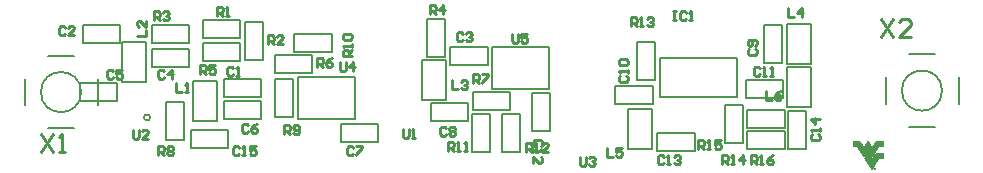
<source format=gto>
G04 Layer_Color=65535*
%FSLAX24Y24*%
%MOIN*%
G70*
G01*
G75*
%ADD31C,0.0080*%
%ADD32C,0.0050*%
%ADD33C,0.0001*%
%ADD34C,0.0079*%
%ADD35C,0.0100*%
D31*
X31970Y3050D02*
G03*
X31970Y3050I-670J0D01*
G01*
X3270Y3000D02*
G03*
X3270Y3000I-670J0D01*
G01*
X30089Y2617D02*
Y3490D01*
X30867Y1839D02*
X31740D01*
X32520Y2617D02*
Y3490D01*
X30867Y4270D02*
X31740D01*
X26730Y1100D02*
Y1700D01*
X25470Y1100D02*
X26730D01*
X25470Y1700D02*
X26730D01*
X25470Y1100D02*
Y1700D01*
X24750Y1320D02*
X25350D01*
X24750D02*
Y2580D01*
X25350Y1320D02*
Y2580D01*
X24750D02*
X25350D01*
X26730Y1800D02*
Y2400D01*
X25470Y1800D02*
X26730D01*
X25470Y2400D02*
X26730D01*
X25470Y1800D02*
Y2400D01*
X21800Y4680D02*
X22400D01*
Y3420D02*
Y4680D01*
X21800Y3420D02*
Y4680D01*
Y3420D02*
X22400D01*
X17300Y2280D02*
X17900D01*
Y1020D02*
Y2280D01*
X17300Y1020D02*
Y2280D01*
Y1020D02*
X17900D01*
X16300Y2280D02*
X16900D01*
Y1020D02*
Y2280D01*
X16300Y1020D02*
Y2280D01*
Y1020D02*
X16900D01*
X10370Y4350D02*
Y4950D01*
X11630D01*
X10370Y4350D02*
X11630D01*
Y4950D01*
X9750Y3430D02*
X10350D01*
Y2170D02*
Y3430D01*
X9750Y2170D02*
Y3430D01*
Y2170D02*
X10350D01*
X6100Y2680D02*
X6700D01*
Y1420D02*
Y2680D01*
X6100Y1420D02*
Y2680D01*
Y1420D02*
X6700D01*
X17580Y2400D02*
Y3000D01*
X16320Y2400D02*
X17580D01*
X16320Y3000D02*
X17580D01*
X16320Y2400D02*
Y3000D01*
X10980Y3650D02*
Y4250D01*
X9720Y3650D02*
X10980D01*
X9720Y4250D02*
X10980D01*
X9720Y3650D02*
Y4250D01*
X7320Y4050D02*
Y4650D01*
X8580D01*
X7320Y4050D02*
X8580D01*
Y4650D01*
X14800Y5430D02*
X15400D01*
Y4170D02*
Y5430D01*
X14800Y4170D02*
Y5430D01*
Y4170D02*
X15400D01*
X6880Y4650D02*
Y5250D01*
X5620Y4650D02*
X6880D01*
X5620Y5250D02*
X6880D01*
X5620Y4650D02*
Y5250D01*
X8750Y5330D02*
X9350D01*
Y4070D02*
Y5330D01*
X8750Y4070D02*
Y5330D01*
Y4070D02*
X9350D01*
X8580Y4800D02*
Y5400D01*
X7320Y4800D02*
X8580D01*
X7320Y5400D02*
X8580D01*
X7320Y4800D02*
Y5400D01*
X26800Y3825D02*
X27600D01*
Y2500D02*
Y3825D01*
X26800Y2500D02*
Y3825D01*
Y2500D02*
X27600D01*
X21500Y2425D02*
X22300D01*
Y1100D02*
Y2425D01*
X21500Y1100D02*
Y2425D01*
Y1100D02*
X22300D01*
X26800Y5275D02*
X27600D01*
Y3950D02*
Y5275D01*
X26800Y3950D02*
Y5275D01*
Y3950D02*
X27600D01*
X14650Y4075D02*
X15450D01*
Y2750D02*
Y4075D01*
X14650Y2750D02*
Y4075D01*
Y2750D02*
X15450D01*
X4650Y4675D02*
X5450D01*
Y3350D02*
Y4675D01*
X4650Y3350D02*
Y4675D01*
Y3350D02*
X5450D01*
X7000Y3375D02*
X7800D01*
Y2050D02*
Y3375D01*
X7000Y2050D02*
Y3375D01*
Y2050D02*
X7800D01*
X6920Y1150D02*
Y1750D01*
X8180D01*
X6920Y1150D02*
X8180D01*
Y1750D01*
X26850Y2380D02*
X27450D01*
Y1120D02*
Y2380D01*
X26850Y1120D02*
Y2380D01*
Y1120D02*
X27450D01*
X23730Y1050D02*
Y1650D01*
X22470Y1050D02*
X23730D01*
X22470Y1650D02*
X23730D01*
X22470Y1050D02*
Y1650D01*
X18300Y1720D02*
X18900D01*
X18300D02*
Y2980D01*
X18900Y1720D02*
Y2980D01*
X18300D02*
X18900D01*
X25420Y2800D02*
Y3400D01*
X26680D01*
X25420Y2800D02*
X26680D01*
Y3400D01*
X21070Y2600D02*
Y3200D01*
X22330D01*
X21070Y2600D02*
X22330D01*
Y3200D01*
X26050Y3970D02*
X26650D01*
X26050D02*
Y5230D01*
X26650Y3970D02*
Y5230D01*
X26050D02*
X26650D01*
X16180Y2050D02*
Y2650D01*
X14920Y2050D02*
X16180D01*
X14920Y2650D02*
X16180D01*
X14920Y2050D02*
Y2650D01*
X13180Y1350D02*
Y1950D01*
X11920Y1350D02*
X13180D01*
X11920Y1950D02*
X13180D01*
X11920Y1350D02*
Y1950D01*
X9280Y2100D02*
Y2700D01*
X8020Y2100D02*
X9280D01*
X8020Y2700D02*
X9280D01*
X8020Y2100D02*
Y2700D01*
X4480D02*
Y3300D01*
X3220Y2700D02*
X4480D01*
X3220Y3300D02*
X4480D01*
X3220Y2700D02*
Y3300D01*
X6880Y3850D02*
Y4450D01*
X5620Y3850D02*
X6880D01*
X5620Y4450D02*
X6880D01*
X5620Y3850D02*
Y4450D01*
X16830Y3900D02*
Y4500D01*
X15570Y3900D02*
X16830D01*
X15570Y4500D02*
X16830D01*
X15570Y3900D02*
Y4500D01*
X4580Y4650D02*
Y5250D01*
X3320Y4650D02*
X4580D01*
X3320Y5250D02*
X4580D01*
X3320Y4650D02*
Y5250D01*
X9280Y2850D02*
Y3450D01*
X8020Y2850D02*
X9280D01*
X8020Y3450D02*
X9280D01*
X8020Y2850D02*
Y3450D01*
X22560Y2830D02*
Y4130D01*
X25140D01*
Y2830D02*
Y4130D01*
X22560Y2830D02*
X25140D01*
X2167Y4220D02*
X3040D01*
X3820Y2567D02*
Y3440D01*
X2167Y1789D02*
X3040D01*
X1389Y2567D02*
Y3440D01*
D32*
X5570Y2156D02*
G03*
X5570Y2156I-100J0D01*
G01*
D33*
X29618Y442D02*
X29630D01*
X29700Y444D02*
X29708D01*
X29616D02*
X29632D01*
X29695Y445D02*
X29712D01*
X29615D02*
X29634D01*
X29693Y446D02*
X29714D01*
X29614D02*
X29635D01*
X29690Y447D02*
X29717D01*
X29612D02*
X29635D01*
X29710Y448D02*
X29718D01*
X29689D02*
X29698D01*
X29611D02*
X29636D01*
X29712Y450D02*
X29719D01*
X29688D02*
X29695D01*
X29610D02*
X29638D01*
X29714Y451D02*
X29720D01*
X29687D02*
X29693D01*
X29610D02*
X29639D01*
X29716Y452D02*
X29722D01*
X29686D02*
X29692D01*
X29609D02*
X29639D01*
X29717Y453D02*
X29722D01*
X29710D02*
X29714D01*
X29695D02*
X29701D01*
X29686D02*
X29690D01*
X29608D02*
X29640D01*
X29718Y454D02*
X29723D01*
X29708D02*
X29713D01*
X29695D02*
X29701D01*
X29684D02*
X29689D01*
X29608D02*
X29640D01*
X29718Y456D02*
X29723D01*
X29708D02*
X29713D01*
X29695D02*
X29701D01*
X29684D02*
X29689D01*
X29606D02*
X29641D01*
X29719Y457D02*
X29724D01*
X29707D02*
X29712D01*
X29695D02*
X29701D01*
X29683D02*
X29688D01*
X29605D02*
X29642D01*
X29719Y458D02*
X29724D01*
X29707D02*
X29711D01*
X29695D02*
X29700D01*
X29683D02*
X29688D01*
X29605D02*
X29642D01*
X29720Y459D02*
X29724D01*
X29706D02*
X29711D01*
X29695D02*
X29700D01*
X29683D02*
X29687D01*
X29604D02*
X29644D01*
X29720Y460D02*
X29725D01*
X29705D02*
X29710D01*
X29695D02*
X29700D01*
X29682D02*
X29687D01*
X29604D02*
X29644D01*
X29720Y462D02*
X29725D01*
X29705D02*
X29708D01*
X29695D02*
X29701D01*
X29682D02*
X29687D01*
X29603D02*
X29645D01*
X29720Y463D02*
X29725D01*
X29695D02*
X29708D01*
X29682D02*
X29687D01*
X29602D02*
X29645D01*
X29720Y464D02*
X29725D01*
X29695D02*
X29711D01*
X29682D02*
X29687D01*
X29602D02*
X29646D01*
X29720Y465D02*
X29725D01*
X29695D02*
X29712D01*
X29682D02*
X29687D01*
X29600D02*
X29646D01*
X29720Y466D02*
X29725D01*
X29695D02*
X29713D01*
X29682D02*
X29687D01*
X29599D02*
X29647D01*
X29720Y468D02*
X29725D01*
X29708D02*
X29713D01*
X29695D02*
X29700D01*
X29682D02*
X29687D01*
X29599D02*
X29648D01*
X29720Y469D02*
X29725D01*
X29710D02*
X29713D01*
X29695D02*
X29700D01*
X29682D02*
X29687D01*
X29598D02*
X29648D01*
X29720Y470D02*
X29724D01*
X29710D02*
X29713D01*
X29695D02*
X29700D01*
X29683D02*
X29687D01*
X29597D02*
X29650D01*
X29719Y471D02*
X29724D01*
X29710D02*
X29713D01*
X29695D02*
X29700D01*
X29683D02*
X29688D01*
X29597D02*
X29650D01*
X29719Y472D02*
X29724D01*
X29708D02*
X29713D01*
X29695D02*
X29700D01*
X29683D02*
X29688D01*
X29596D02*
X29651D01*
X29718Y474D02*
X29723D01*
X29706D02*
X29713D01*
X29695D02*
X29700D01*
X29684D02*
X29689D01*
X29596D02*
X29651D01*
X29718Y475D02*
X29723D01*
X29695D02*
X29712D01*
X29684D02*
X29689D01*
X29594D02*
X29652D01*
X29717Y476D02*
X29722D01*
X29695D02*
X29711D01*
X29686D02*
X29690D01*
X29593D02*
X29652D01*
X29716Y477D02*
X29722D01*
X29695D02*
X29708D01*
X29686D02*
X29692D01*
X29593D02*
X29653D01*
X29714Y478D02*
X29720D01*
X29687D02*
X29693D01*
X29592D02*
X29654D01*
X29713Y480D02*
X29719D01*
X29688D02*
X29694D01*
X29591D02*
X29654D01*
X29711Y481D02*
X29718D01*
X29689D02*
X29696D01*
X29591D02*
X29656D01*
X29705Y482D02*
X29717D01*
X29690D02*
X29701D01*
X29590D02*
X29656D01*
X29693Y483D02*
X29714D01*
X29590D02*
X29657D01*
X29695Y484D02*
X29712D01*
X29588D02*
X29657D01*
X29698Y486D02*
X29708D01*
X29587D02*
X29658D01*
X29587Y487D02*
X29658D01*
X29586Y488D02*
X29659D01*
X29585Y489D02*
X29659D01*
X29585Y490D02*
X29660D01*
X29584Y492D02*
X29662D01*
X29582Y493D02*
X29662D01*
X29582Y494D02*
X29663D01*
X29581Y495D02*
X29663D01*
X29580Y496D02*
X29664D01*
X29580Y498D02*
X29664D01*
X29579Y499D02*
X29665D01*
X29579Y500D02*
X29665D01*
X29578Y501D02*
X29666D01*
X29576Y502D02*
X29666D01*
X29576Y504D02*
X29668D01*
X29575Y505D02*
X29669D01*
X29574Y506D02*
X29669D01*
X29574Y507D02*
X29670D01*
X29573Y508D02*
X29670D01*
X29572Y510D02*
X29671D01*
X29572Y511D02*
X29671D01*
X29570Y512D02*
X29672D01*
X29570Y513D02*
X29672D01*
X29569Y514D02*
X29674D01*
X29568Y516D02*
X29675D01*
X29568Y517D02*
X29675D01*
X29567Y518D02*
X29676D01*
X29566Y519D02*
X29676D01*
X29566Y520D02*
X29677D01*
X29564Y522D02*
X29677D01*
X29563Y523D02*
X29678D01*
X29563Y524D02*
X29678D01*
X29562Y525D02*
X29680D01*
X29562Y526D02*
X29680D01*
X29561Y528D02*
X29681D01*
X29560Y529D02*
X29682D01*
X29560Y530D02*
X29682D01*
X29558Y531D02*
X29683D01*
X29557Y532D02*
X29683D01*
X29557Y534D02*
X29684D01*
X29556Y535D02*
X29684D01*
X29555Y536D02*
X29686D01*
X29555Y537D02*
X29686D01*
X29554Y538D02*
X29687D01*
X29552Y540D02*
X29687D01*
X29552Y541D02*
X29688D01*
X29551Y542D02*
X29689D01*
X29551Y543D02*
X29689D01*
X29550Y544D02*
X29690D01*
X29549Y546D02*
X29690D01*
X29549Y547D02*
X29692D01*
X29548Y548D02*
X29692D01*
X29546Y549D02*
X29693D01*
X29546Y550D02*
X29693D01*
X29545Y552D02*
X29694D01*
X29544Y553D02*
X29694D01*
X29544Y554D02*
X29695D01*
X29543Y555D02*
X29696D01*
X29543Y556D02*
X29696D01*
X29542Y558D02*
X29698D01*
X29540Y559D02*
X29698D01*
X29540Y560D02*
X29699D01*
X29539Y561D02*
X29699D01*
X29538Y562D02*
X29700D01*
X29538Y564D02*
X29700D01*
X29537Y565D02*
X29701D01*
X29536Y566D02*
X29702D01*
X29536Y567D02*
X29702D01*
X29534Y568D02*
X29704D01*
X29534Y570D02*
X29704D01*
X29533Y571D02*
X29705D01*
X29532Y572D02*
X29705D01*
X29532Y573D02*
X29706D01*
X29531Y574D02*
X29706D01*
X29530Y576D02*
X29707D01*
X29530Y577D02*
X29707D01*
X29528Y578D02*
X29708D01*
X29527Y579D02*
X29710D01*
X29527Y580D02*
X29710D01*
X29526Y582D02*
X29711D01*
X29526Y583D02*
X29711D01*
X29525Y584D02*
X29712D01*
X29524Y585D02*
X29712D01*
X29524Y586D02*
X29713D01*
X29522Y588D02*
X29713D01*
X29521Y589D02*
X29714D01*
X29521Y590D02*
X29714D01*
X29520Y591D02*
X29716D01*
X29519Y592D02*
X29717D01*
X29519Y594D02*
X29717D01*
X29518Y595D02*
X29718D01*
X29518Y596D02*
X29718D01*
X29516Y597D02*
X29719D01*
X29515Y598D02*
X29719D01*
X29515Y600D02*
X29720D01*
X29514Y601D02*
X29720D01*
X29513Y602D02*
X29722D01*
X29513Y603D02*
X29723D01*
X29512Y604D02*
X29723D01*
X29512Y606D02*
X29724D01*
X29510Y607D02*
X29724D01*
X29509Y608D02*
X29725D01*
X29509Y609D02*
X29725D01*
X29508Y610D02*
X29726D01*
X29507Y612D02*
X29726D01*
X29507Y613D02*
X29728D01*
X29506Y614D02*
X29728D01*
X29504Y615D02*
X29729D01*
X29504Y616D02*
X29730D01*
X29503Y618D02*
X29730D01*
X29502Y619D02*
X29731D01*
X29502Y620D02*
X29731D01*
X29501Y621D02*
X29732D01*
X29501Y622D02*
X29732D01*
X29500Y624D02*
X29734D01*
X29498Y625D02*
X29734D01*
X29498Y626D02*
X29735D01*
X29497Y627D02*
X29735D01*
X29496Y628D02*
X29736D01*
X29496Y630D02*
X29737D01*
X29495Y631D02*
X29737D01*
X29494Y632D02*
X29738D01*
X29494Y633D02*
X29738D01*
X29492Y634D02*
X29740D01*
X29492Y636D02*
X29740D01*
X29491Y637D02*
X29741D01*
X29490Y638D02*
X29741D01*
X29490Y639D02*
X29742D01*
X29489Y640D02*
X29742D01*
X29488Y643D02*
X29744D01*
X29486Y644D02*
X29744D01*
X29485Y645D02*
X29746D01*
X29485Y646D02*
X29746D01*
X29484Y648D02*
X29747D01*
X29483Y649D02*
X29747D01*
X29483Y650D02*
X29748D01*
X29482Y651D02*
X29748D01*
X29482Y652D02*
X29749D01*
X29480Y654D02*
X29750D01*
X29479Y655D02*
X29750D01*
X29479Y656D02*
X29752D01*
X29478Y657D02*
X29752D01*
X29477Y658D02*
X29753D01*
X29477Y660D02*
X29753D01*
X29476Y661D02*
X29754D01*
X29474Y662D02*
X29754D01*
X29474Y663D02*
X29755D01*
X29473Y664D02*
X29755D01*
X29473Y666D02*
X29756D01*
X29472Y667D02*
X29758D01*
X29471Y668D02*
X29758D01*
X29471Y669D02*
X29759D01*
X29470Y670D02*
X29759D01*
X29468Y672D02*
X29760D01*
X29468Y673D02*
X29760D01*
X29467Y674D02*
X29761D01*
X29466Y675D02*
X29761D01*
X29466Y676D02*
X29762D01*
X29465Y678D02*
X29762D01*
X29465Y679D02*
X29764D01*
X29464Y680D02*
X29765D01*
X29462Y681D02*
X29765D01*
X29462Y682D02*
X29766D01*
X29461Y684D02*
X29766D01*
X29460Y685D02*
X29767D01*
X29460Y686D02*
X29767D01*
X29459Y687D02*
X29768D01*
X29458Y688D02*
X29768D01*
X29458Y690D02*
X29770D01*
X29456Y691D02*
X29771D01*
X29456Y692D02*
X29771D01*
X29455Y693D02*
X29772D01*
X29454Y694D02*
X29772D01*
X29454Y696D02*
X29773D01*
X29453Y697D02*
X29773D01*
X29452Y698D02*
X29774D01*
X29452Y699D02*
X29774D01*
X29450Y700D02*
X29776D01*
X29449Y702D02*
X29776D01*
X29449Y703D02*
X29777D01*
X29448Y704D02*
X29778D01*
X29448Y705D02*
X29778D01*
X29447Y706D02*
X29779D01*
X29446Y708D02*
X29779D01*
X29446Y709D02*
X29780D01*
X29444Y710D02*
X29780D01*
X29443Y711D02*
X29782D01*
X29443Y712D02*
X29782D01*
X29442Y714D02*
X29783D01*
X29442Y715D02*
X29783D01*
X29441Y716D02*
X29784D01*
X29440Y717D02*
X29785D01*
X29440Y718D02*
X29785D01*
X29438Y720D02*
X29786D01*
X29437Y721D02*
X29786D01*
X29437Y722D02*
X29788D01*
X29436Y723D02*
X29788D01*
X29435Y724D02*
X29789D01*
X29435Y726D02*
X29789D01*
X29434Y727D02*
X29790D01*
X29432Y728D02*
X29790D01*
X29432Y729D02*
X29791D01*
X29431Y730D02*
X29792D01*
X29431Y732D02*
X29792D01*
X29430Y733D02*
X29794D01*
X29429Y734D02*
X29794D01*
X29429Y735D02*
X29795D01*
X29428Y736D02*
X29795D01*
X29426Y738D02*
X29796D01*
X29426Y739D02*
X29796D01*
X29425Y740D02*
X29797D01*
X29424Y741D02*
X29798D01*
X29424Y742D02*
X29798D01*
X29423Y744D02*
X29800D01*
X29423Y745D02*
X29800D01*
X29422Y746D02*
X29801D01*
X29420Y747D02*
X29801D01*
X29420Y748D02*
X29802D01*
X29419Y750D02*
X29802D01*
X29418Y751D02*
X29803D01*
X29418Y752D02*
X29803D01*
X29417Y753D02*
X29804D01*
X29416Y754D02*
X29806D01*
X29416Y756D02*
X29806D01*
X29414Y757D02*
X29807D01*
X29413Y758D02*
X29807D01*
X29413Y759D02*
X29808D01*
X29412Y760D02*
X29808D01*
X29412Y762D02*
X29809D01*
X29411Y763D02*
X29809D01*
X29410Y764D02*
X29810D01*
X29628Y765D02*
X29810D01*
X29410D02*
X29626D01*
X29628Y766D02*
X29812D01*
X29408D02*
X29624D01*
X29629Y768D02*
X29813D01*
X29407D02*
X29624D01*
X29629Y769D02*
X29813D01*
X29407D02*
X29623D01*
X29630Y770D02*
X29814D01*
X29406D02*
X29622D01*
X29632Y771D02*
X29814D01*
X29405D02*
X29622D01*
X29632Y772D02*
X29815D01*
X29405D02*
X29621D01*
X29633Y774D02*
X29815D01*
X29404D02*
X29620D01*
X29634Y775D02*
X29816D01*
X29404D02*
X29620D01*
X29634Y776D02*
X29816D01*
X29402D02*
X29618D01*
X29635Y777D02*
X29818D01*
X29401D02*
X29617D01*
X29636Y778D02*
X29819D01*
X29401D02*
X29617D01*
X29636Y780D02*
X29819D01*
X29400D02*
X29616D01*
X29638Y781D02*
X29820D01*
X29399D02*
X29615D01*
X29638Y782D02*
X29821D01*
X29399D02*
X29615D01*
X29639Y783D02*
X29821D01*
X29398D02*
X29614D01*
X29640Y784D02*
X29822D01*
X29396D02*
X29612D01*
X29640Y786D02*
X29824D01*
X29396D02*
X29611D01*
X29641Y787D02*
X29825D01*
X29395D02*
X29611D01*
X29642Y788D02*
X29826D01*
X29395D02*
X29610D01*
X29642Y789D02*
X29827D01*
X29394D02*
X29609D01*
X29644Y790D02*
X29828D01*
X29393D02*
X29609D01*
X29644Y792D02*
X29830D01*
X29393D02*
X29608D01*
X29645Y793D02*
X29831D01*
X29392D02*
X29606D01*
X29646Y794D02*
X29832D01*
X29390D02*
X29606D01*
X29646Y795D02*
X29834D01*
X29390D02*
X29605D01*
X29647Y796D02*
X29836D01*
X29389D02*
X29604D01*
X29648Y798D02*
X29838D01*
X29388D02*
X29603D01*
X29648Y799D02*
X29840D01*
X29388D02*
X29603D01*
X29650Y800D02*
X29843D01*
X29387D02*
X29602D01*
X29651Y801D02*
X29846D01*
X29387D02*
X29602D01*
X29651Y802D02*
X29851D01*
X29386D02*
X29600D01*
X29652Y804D02*
X29986D01*
X29384D02*
X29599D01*
X29652Y805D02*
X29986D01*
X29384D02*
X29598D01*
X29653Y806D02*
X29986D01*
X29383D02*
X29598D01*
X29654Y807D02*
X29986D01*
X29383D02*
X29597D01*
X29654Y808D02*
X29986D01*
X29384D02*
X29596D01*
X29656Y810D02*
X29986D01*
X29386D02*
X29596D01*
X29657Y811D02*
X29986D01*
X29386D02*
X29594D01*
X29657Y812D02*
X29986D01*
X29387D02*
X29593D01*
X29658Y813D02*
X29986D01*
X29387D02*
X29593D01*
X29658Y814D02*
X29986D01*
X29388D02*
X29592D01*
X29659Y816D02*
X29986D01*
X29389D02*
X29591D01*
X29660Y817D02*
X29986D01*
X29389D02*
X29591D01*
X29660Y818D02*
X29986D01*
X29390D02*
X29590D01*
X29662Y819D02*
X29986D01*
X29392D02*
X29588D01*
X29663Y820D02*
X29986D01*
X29393D02*
X29587D01*
X29663Y822D02*
X29986D01*
X29393D02*
X29587D01*
X29664Y823D02*
X29986D01*
X29394D02*
X29586D01*
X29665Y824D02*
X29986D01*
X29395D02*
X29585D01*
X29665Y825D02*
X29986D01*
X29395D02*
X29585D01*
X29666Y826D02*
X29986D01*
X29396D02*
X29584D01*
X29666Y828D02*
X29986D01*
X29398D02*
X29582D01*
X29668Y829D02*
X29986D01*
X29398D02*
X29582D01*
X29669Y830D02*
X29986D01*
X29399D02*
X29581D01*
X29669Y831D02*
X29986D01*
X29400D02*
X29580D01*
X29670Y832D02*
X29986D01*
X29400D02*
X29580D01*
X29671Y834D02*
X29986D01*
X29401D02*
X29579D01*
X29671Y835D02*
X29986D01*
X29402D02*
X29578D01*
X29672Y836D02*
X29986D01*
X29402D02*
X29578D01*
X29672Y837D02*
X29986D01*
X29404D02*
X29576D01*
X29674Y838D02*
X29986D01*
X29405D02*
X29575D01*
X29675Y840D02*
X29986D01*
X29405D02*
X29574D01*
X29675Y841D02*
X29986D01*
X29406D02*
X29574D01*
X29676Y842D02*
X29986D01*
X29407D02*
X29573D01*
X29677Y843D02*
X29986D01*
X29407D02*
X29572D01*
X29677Y844D02*
X29986D01*
X29408D02*
X29572D01*
X29678Y846D02*
X29986D01*
X29410D02*
X29570D01*
X29678Y847D02*
X29986D01*
X29410D02*
X29569D01*
X29680Y848D02*
X29986D01*
X29411D02*
X29569D01*
X29681Y849D02*
X29986D01*
X29412D02*
X29568D01*
X29681Y850D02*
X29986D01*
X29413D02*
X29567D01*
X29682Y852D02*
X29986D01*
X29413D02*
X29567D01*
X29683Y853D02*
X29986D01*
X29414D02*
X29566D01*
X29683Y854D02*
X29986D01*
X29416D02*
X29564D01*
X29684Y855D02*
X29986D01*
X29416D02*
X29564D01*
X29686Y856D02*
X29986D01*
X29417D02*
X29563D01*
X29686Y858D02*
X29986D01*
X29418D02*
X29562D01*
X29687Y859D02*
X29986D01*
X29418D02*
X29561D01*
X29687Y860D02*
X29986D01*
X29419D02*
X29561D01*
X29688Y861D02*
X29986D01*
X29420D02*
X29560D01*
X29689Y862D02*
X29986D01*
X29420D02*
X29558D01*
X29689Y864D02*
X29986D01*
X29422D02*
X29558D01*
X29690Y865D02*
X29986D01*
X29423D02*
X29557D01*
X29692Y866D02*
X29986D01*
X29423D02*
X29556D01*
X29692Y867D02*
X29986D01*
X29424D02*
X29556D01*
X29693Y868D02*
X29986D01*
X29425D02*
X29555D01*
X29693Y870D02*
X29986D01*
X29425D02*
X29554D01*
X29694Y871D02*
X29986D01*
X29620D02*
X29629D01*
X29426D02*
X29554D01*
X29350D02*
X29358D01*
X29695Y872D02*
X29986D01*
X29617D02*
X29633D01*
X29428D02*
X29552D01*
X29346D02*
X29362D01*
X29695Y873D02*
X29986D01*
X29615D02*
X29634D01*
X29428D02*
X29551D01*
X29344D02*
X29364D01*
X29696Y874D02*
X29986D01*
X29612D02*
X29636D01*
X29429D02*
X29550D01*
X29341D02*
X29366D01*
X29698Y876D02*
X29986D01*
X29611D02*
X29638D01*
X29430D02*
X29550D01*
X29340D02*
X29368D01*
X29698Y877D02*
X29986D01*
X29610D02*
X29639D01*
X29430D02*
X29549D01*
X29339D02*
X29369D01*
X29699Y878D02*
X29986D01*
X29609D02*
X29640D01*
X29431D02*
X29548D01*
X29338D02*
X29370D01*
X29700Y879D02*
X29986D01*
X29608D02*
X29640D01*
X29432D02*
X29548D01*
X29336D02*
X29371D01*
X29700Y880D02*
X29986D01*
X29606D02*
X29641D01*
X29434D02*
X29546D01*
X29336D02*
X29372D01*
X29701Y882D02*
X29986D01*
X29606D02*
X29642D01*
X29434D02*
X29545D01*
X29335D02*
X29374D01*
X29701Y883D02*
X29986D01*
X29605D02*
X29642D01*
X29435D02*
X29545D01*
X29334D02*
X29374D01*
X29702Y884D02*
X29986D01*
X29604D02*
X29644D01*
X29436D02*
X29544D01*
X29334D02*
X29375D01*
X29704Y885D02*
X29986D01*
X29604D02*
X29645D01*
X29436D02*
X29543D01*
X29333D02*
X29376D01*
X29704Y886D02*
X29986D01*
X29603D02*
X29645D01*
X29437D02*
X29542D01*
X29332D02*
X29376D01*
X29705Y888D02*
X29986D01*
X29602D02*
X29646D01*
X29438D02*
X29542D01*
X29332D02*
X29377D01*
X29706Y889D02*
X29986D01*
X29602D02*
X29647D01*
X29438D02*
X29540D01*
X29330D02*
X29378D01*
X29706Y890D02*
X29986D01*
X29600D02*
X29647D01*
X29440D02*
X29540D01*
X29329D02*
X29378D01*
X29707Y891D02*
X29986D01*
X29599D02*
X29648D01*
X29441D02*
X29539D01*
X29329D02*
X29380D01*
X29707Y892D02*
X29986D01*
X29598D02*
X29648D01*
X29441D02*
X29538D01*
X29328D02*
X29380D01*
X29708Y894D02*
X29986D01*
X29598D02*
X29650D01*
X29442D02*
X29537D01*
X29328D02*
X29381D01*
X29710Y895D02*
X29986D01*
X29597D02*
X29651D01*
X29443D02*
X29537D01*
X29327D02*
X29382D01*
X29710Y896D02*
X29986D01*
X29597D02*
X29651D01*
X29443D02*
X29536D01*
X29326D02*
X29383D01*
X29711Y897D02*
X29986D01*
X29596D02*
X29652D01*
X29444D02*
X29534D01*
X29326D02*
X29383D01*
X29712Y898D02*
X29986D01*
X29594D02*
X29653D01*
X29446D02*
X29534D01*
X29324D02*
X29384D01*
X29712Y900D02*
X29986D01*
X29593D02*
X29653D01*
X29446D02*
X29533D01*
X29323D02*
X29386D01*
X29713Y901D02*
X29986D01*
X29593D02*
X29654D01*
X29447D02*
X29532D01*
X29323D02*
X29386D01*
X29713Y902D02*
X29986D01*
X29592D02*
X29654D01*
X29448D02*
X29532D01*
X29322D02*
X29387D01*
X29714Y903D02*
X29986D01*
X29591D02*
X29656D01*
X29448D02*
X29531D01*
X29321D02*
X29387D01*
X29716Y904D02*
X29986D01*
X29591D02*
X29657D01*
X29449D02*
X29530D01*
X29321D02*
X29388D01*
X29716Y906D02*
X29986D01*
X29590D02*
X29657D01*
X29450D02*
X29530D01*
X29320D02*
X29389D01*
X29717Y907D02*
X29986D01*
X29588D02*
X29658D01*
X29450D02*
X29528D01*
X29318D02*
X29390D01*
X29718Y908D02*
X29986D01*
X29587D02*
X29659D01*
X29452D02*
X29527D01*
X29318D02*
X29390D01*
X29718Y909D02*
X29986D01*
X29587D02*
X29659D01*
X29453D02*
X29526D01*
X29317D02*
X29392D01*
X29719Y910D02*
X29986D01*
X29586D02*
X29660D01*
X29454D02*
X29526D01*
X29317D02*
X29393D01*
X29720Y912D02*
X29986D01*
X29585D02*
X29662D01*
X29454D02*
X29525D01*
X29316D02*
X29393D01*
X29720Y913D02*
X29986D01*
X29585D02*
X29662D01*
X29455D02*
X29524D01*
X29315D02*
X29394D01*
X29722Y914D02*
X29986D01*
X29584D02*
X29663D01*
X29456D02*
X29524D01*
X29315D02*
X29395D01*
X29722Y915D02*
X29986D01*
X29582D02*
X29663D01*
X29456D02*
X29522D01*
X29314D02*
X29395D01*
X29723Y916D02*
X29986D01*
X29582D02*
X29664D01*
X29458D02*
X29521D01*
X29312D02*
X29396D01*
X29724Y918D02*
X29986D01*
X29581D02*
X29665D01*
X29459D02*
X29521D01*
X29312D02*
X29398D01*
X29724Y919D02*
X29986D01*
X29580D02*
X29665D01*
X29459D02*
X29520D01*
X29311D02*
X29398D01*
X29725Y920D02*
X29986D01*
X29580D02*
X29666D01*
X29460D02*
X29519D01*
X29310D02*
X29399D01*
X29726Y921D02*
X29986D01*
X29579D02*
X29668D01*
X29461D02*
X29519D01*
X29310D02*
X29400D01*
X29726Y922D02*
X29986D01*
X29578D02*
X29668D01*
X29461D02*
X29518D01*
X29309D02*
X29400D01*
X29728Y924D02*
X29986D01*
X29576D02*
X29669D01*
X29462D02*
X29516D01*
X29309D02*
X29401D01*
X29728Y925D02*
X29986D01*
X29576D02*
X29669D01*
X29464D02*
X29516D01*
X29308D02*
X29402D01*
X29729Y926D02*
X29986D01*
X29575D02*
X29670D01*
X29464D02*
X29515D01*
X29306D02*
X29402D01*
X29730Y927D02*
X29986D01*
X29574D02*
X29671D01*
X29465D02*
X29514D01*
X29306D02*
X29404D01*
X29730Y928D02*
X29986D01*
X29574D02*
X29671D01*
X29466D02*
X29513D01*
X29305D02*
X29405D01*
X29731Y930D02*
X29986D01*
X29573D02*
X29672D01*
X29466D02*
X29513D01*
X29304D02*
X29405D01*
X29732Y931D02*
X29986D01*
X29572D02*
X29674D01*
X29467D02*
X29512D01*
X29304D02*
X29406D01*
X29732Y932D02*
X29986D01*
X29572D02*
X29674D01*
X29468D02*
X29510D01*
X29303D02*
X29407D01*
X29734Y933D02*
X29986D01*
X29570D02*
X29675D01*
X29468D02*
X29510D01*
X29303D02*
X29407D01*
X29735Y934D02*
X29986D01*
X29569D02*
X29675D01*
X29470D02*
X29509D01*
X29302D02*
X29408D01*
X29735Y936D02*
X29986D01*
X29569D02*
X29676D01*
X29471D02*
X29508D01*
X29300D02*
X29410D01*
X29736Y937D02*
X29986D01*
X29568D02*
X29677D01*
X29471D02*
X29508D01*
X29300D02*
X29410D01*
X29737Y938D02*
X29986D01*
X29567D02*
X29677D01*
X29472D02*
X29507D01*
X29299D02*
X29411D01*
X29738Y939D02*
X29986D01*
X29566D02*
X29678D01*
X29473D02*
X29506D01*
X29298D02*
X29412D01*
X29740Y940D02*
X29986D01*
X29566D02*
X29680D01*
X29474D02*
X29506D01*
X29298D02*
X29412D01*
X29741Y942D02*
X29986D01*
X29564D02*
X29680D01*
X29474D02*
X29504D01*
X29297D02*
X29413D01*
X29741Y943D02*
X29986D01*
X29563D02*
X29681D01*
X29476D02*
X29503D01*
X29296D02*
X29414D01*
X29743Y944D02*
X29986D01*
X29563D02*
X29682D01*
X29477D02*
X29503D01*
X29296D02*
X29414D01*
X29744Y945D02*
X29986D01*
X29562D02*
X29682D01*
X29477D02*
X29502D01*
X29294D02*
X29416D01*
X29746Y946D02*
X29986D01*
X29561D02*
X29683D01*
X29478D02*
X29501D01*
X29293D02*
X29417D01*
X29747Y948D02*
X29986D01*
X29561D02*
X29683D01*
X29479D02*
X29500D01*
X29293D02*
X29417D01*
X29748Y949D02*
X29986D01*
X29560D02*
X29684D01*
X29479D02*
X29500D01*
X29292D02*
X29418D01*
X29749Y950D02*
X29986D01*
X29558D02*
X29686D01*
X29480D02*
X29498D01*
X29292D02*
X29419D01*
X29752Y951D02*
X29986D01*
X29557D02*
X29686D01*
X29482D02*
X29497D01*
X29291D02*
X29419D01*
X29753Y952D02*
X29986D01*
X29557D02*
X29687D01*
X29482D02*
X29497D01*
X29290D02*
X29420D01*
X29755Y954D02*
X29986D01*
X29556D02*
X29688D01*
X29483D02*
X29496D01*
X29290D02*
X29422D01*
X29758Y955D02*
X29986D01*
X29556D02*
X29688D01*
X29484D02*
X29495D01*
X29288D02*
X29422D01*
X29760Y956D02*
X29986D01*
X29555D02*
X29689D01*
X29484D02*
X29495D01*
X29287D02*
X29423D01*
X29762Y957D02*
X29986D01*
X29554D02*
X29689D01*
X29485D02*
X29494D01*
X29287D02*
X29424D01*
X29765Y958D02*
X29986D01*
X29552D02*
X29690D01*
X29486D02*
X29492D01*
X29286D02*
X29424D01*
X29768Y960D02*
X29986D01*
X29552D02*
X29692D01*
X29486D02*
X29492D01*
X29285D02*
X29425D01*
X29773Y961D02*
X29986D01*
X29551D02*
X29692D01*
X29488D02*
X29491D01*
X29285D02*
X29426D01*
X29779Y962D02*
X29986D01*
X29550D02*
X29693D01*
X29489D02*
X29490D01*
X29284D02*
X29426D01*
X29550Y963D02*
X29694D01*
X29282D02*
X29428D01*
X29549Y964D02*
X29694D01*
X29282D02*
X29429D01*
X29548Y966D02*
X29695D01*
X29281D02*
X29429D01*
X29546Y967D02*
X29696D01*
X29281D02*
X29430D01*
X29546Y968D02*
X29696D01*
X29280D02*
X29431D01*
X29545Y969D02*
X29698D01*
X29279D02*
X29431D01*
X29544Y970D02*
X29698D01*
X29279D02*
X29432D01*
X29544Y972D02*
X29699D01*
X29278D02*
X29434D01*
X29543Y973D02*
X29700D01*
X29276D02*
X29434D01*
X29542Y974D02*
X29700D01*
X29276D02*
X29435D01*
X29542Y975D02*
X29701D01*
X29275D02*
X29436D01*
X29540Y976D02*
X29701D01*
X29274D02*
X29436D01*
X29539Y978D02*
X29702D01*
X29274D02*
X29437D01*
X29539Y979D02*
X29704D01*
X29273D02*
X29438D01*
X29538Y980D02*
X29704D01*
X29273D02*
X29438D01*
X29537Y981D02*
X29705D01*
X29272D02*
X29440D01*
X29536Y982D02*
X29706D01*
X29270D02*
X29441D01*
X29536Y984D02*
X29706D01*
X29270D02*
X29441D01*
X29534Y985D02*
X29707D01*
X29269D02*
X29442D01*
X29533Y986D02*
X29708D01*
X29268D02*
X29443D01*
X29533Y987D02*
X29708D01*
X29268D02*
X29443D01*
X29532Y988D02*
X29710D01*
X29267D02*
X29444D01*
X29531Y990D02*
X29710D01*
X29266D02*
X29446D01*
X29531Y991D02*
X29711D01*
X29266D02*
X29446D01*
X29530Y992D02*
X29712D01*
X29264D02*
X29447D01*
X29528Y993D02*
X29712D01*
X29264D02*
X29448D01*
X29528Y994D02*
X29713D01*
X29263D02*
X29448D01*
X29527Y996D02*
X29714D01*
X29262D02*
X29449D01*
X29526Y997D02*
X29714D01*
X29262D02*
X29450D01*
X29525Y998D02*
X29716D01*
X29261D02*
X29450D01*
X29525Y999D02*
X29717D01*
X29260D02*
X29452D01*
X29524Y1000D02*
X29717D01*
X29260D02*
X29453D01*
X29522Y1002D02*
X29718D01*
X29258D02*
X29453D01*
X29522Y1003D02*
X29718D01*
X29257D02*
X29454D01*
X29521Y1004D02*
X29719D01*
X29257D02*
X29455D01*
X29520Y1005D02*
X29720D01*
X29256D02*
X29455D01*
X29520Y1006D02*
X29720D01*
X29256D02*
X29456D01*
X29519Y1008D02*
X29722D01*
X29255D02*
X29458D01*
X29518Y1009D02*
X29723D01*
X29254D02*
X29458D01*
X29516Y1010D02*
X29723D01*
X29254D02*
X29459D01*
X29516Y1011D02*
X29724D01*
X29252D02*
X29460D01*
X29515Y1012D02*
X29724D01*
X29251D02*
X29460D01*
X29515Y1014D02*
X29725D01*
X29251D02*
X29461D01*
X29514Y1015D02*
X29726D01*
X29250D02*
X29462D01*
X29513Y1016D02*
X29726D01*
X29249D02*
X29462D01*
X29512Y1017D02*
X29728D01*
X29249D02*
X29464D01*
X29512Y1018D02*
X29729D01*
X29248D02*
X29465D01*
X29510Y1020D02*
X29729D01*
X29246D02*
X29465D01*
X29509Y1021D02*
X29730D01*
X29246D02*
X29466D01*
X29509Y1022D02*
X29730D01*
X29245D02*
X29467D01*
X29508Y1023D02*
X29731D01*
X29245D02*
X29467D01*
X29507Y1024D02*
X29732D01*
X29244D02*
X29468D01*
X29506Y1026D02*
X29732D01*
X29243D02*
X29470D01*
X29506Y1027D02*
X29734D01*
X29243D02*
X29470D01*
X29504Y1028D02*
X29735D01*
X29242D02*
X29471D01*
X29503Y1029D02*
X29735D01*
X29240D02*
X29472D01*
X29503Y1030D02*
X29736D01*
X29240D02*
X29472D01*
X29502Y1032D02*
X29737D01*
X29239D02*
X29473D01*
X29501Y1033D02*
X29737D01*
X29238D02*
X29474D01*
X29501Y1034D02*
X29738D01*
X29238D02*
X29474D01*
X29500Y1035D02*
X29738D01*
X29237D02*
X29476D01*
X29498Y1036D02*
X29740D01*
X29237D02*
X29477D01*
X29498Y1038D02*
X29741D01*
X29236D02*
X29477D01*
X29497Y1039D02*
X29741D01*
X29234D02*
X29478D01*
X29496Y1040D02*
X29742D01*
X29234D02*
X29479D01*
X29496Y1041D02*
X29742D01*
X29233D02*
X29479D01*
X29495Y1042D02*
X29743D01*
X29232D02*
X29480D01*
X29494Y1044D02*
X29744D01*
X29232D02*
X29482D01*
X29492Y1045D02*
X29744D01*
X29231D02*
X29482D01*
X29492Y1046D02*
X29746D01*
X29230D02*
X29483D01*
X29491Y1047D02*
X29747D01*
X29230D02*
X29484D01*
X29490Y1048D02*
X29747D01*
X29228D02*
X29484D01*
X29490Y1050D02*
X29748D01*
X29228D02*
X29485D01*
X29489Y1051D02*
X29749D01*
X29227D02*
X29486D01*
X29488Y1052D02*
X29749D01*
X29226D02*
X29486D01*
X29226Y1053D02*
X29750D01*
X29225Y1054D02*
X29750D01*
X29224Y1056D02*
X29752D01*
X29224Y1057D02*
X29753D01*
X29222Y1058D02*
X29753D01*
X29221Y1059D02*
X29754D01*
X29221Y1060D02*
X29755D01*
X29220Y1062D02*
X29755D01*
X29220Y1063D02*
X29756D01*
X29219Y1064D02*
X29758D01*
X29218Y1065D02*
X29758D01*
X29216Y1068D02*
X29759D01*
X29215Y1069D02*
X29760D01*
X29215Y1070D02*
X29761D01*
X29214Y1071D02*
X29761D01*
X29213Y1072D02*
X29762D01*
X29213Y1074D02*
X29764D01*
X29212Y1075D02*
X29764D01*
X29210Y1076D02*
X29765D01*
X29210Y1077D02*
X29765D01*
X29209Y1078D02*
X29766D01*
X29209Y1080D02*
X29767D01*
X29208Y1081D02*
X29767D01*
X29207Y1082D02*
X29768D01*
X29207Y1083D02*
X29770D01*
X29206Y1084D02*
X29770D01*
X29204Y1086D02*
X29771D01*
X29204Y1087D02*
X29772D01*
X29203Y1088D02*
X29772D01*
X29202Y1089D02*
X29773D01*
X29202Y1090D02*
X29773D01*
X29201Y1092D02*
X29774D01*
X29201Y1093D02*
X29776D01*
X29200Y1094D02*
X29776D01*
X29198Y1095D02*
X29777D01*
X29198Y1096D02*
X29778D01*
X29197Y1098D02*
X29778D01*
X29196Y1099D02*
X29779D01*
X29196Y1100D02*
X29779D01*
X29195Y1101D02*
X29780D01*
X29194Y1102D02*
X29782D01*
X29194Y1104D02*
X29782D01*
X29192Y1105D02*
X29783D01*
X29192Y1106D02*
X29784D01*
X29191Y1107D02*
X29784D01*
X29190Y1108D02*
X29785D01*
X29190Y1110D02*
X29785D01*
X29189Y1111D02*
X29786D01*
X29188Y1112D02*
X29788D01*
X29188Y1113D02*
X29788D01*
X29186Y1114D02*
X29789D01*
X29185Y1116D02*
X29790D01*
X29185Y1117D02*
X29790D01*
X29184Y1118D02*
X29791D01*
X29184Y1119D02*
X29792D01*
X29183Y1120D02*
X29792D01*
X29182Y1122D02*
X29794D01*
X29182Y1123D02*
X29794D01*
X29180Y1124D02*
X29795D01*
X29179Y1125D02*
X29796D01*
X29179Y1126D02*
X29796D01*
X29178Y1128D02*
X29797D01*
X29177Y1129D02*
X29798D01*
X29177Y1130D02*
X29798D01*
X29176Y1131D02*
X29800D01*
X29174Y1132D02*
X29800D01*
X29174Y1134D02*
X29801D01*
X29173Y1135D02*
X29802D01*
X29173Y1136D02*
X29802D01*
X29172Y1137D02*
X29803D01*
X29171Y1138D02*
X29804D01*
X29171Y1140D02*
X29804D01*
X29170Y1141D02*
X29806D01*
X29168Y1142D02*
X29806D01*
X29168Y1143D02*
X29807D01*
X29167Y1144D02*
X29808D01*
X29166Y1146D02*
X29808D01*
X29166Y1147D02*
X29809D01*
X29165Y1148D02*
X29810D01*
X29165Y1149D02*
X29810D01*
X29164Y1150D02*
X29812D01*
X29162Y1152D02*
X29813D01*
X29162Y1153D02*
X29813D01*
X29161Y1154D02*
X29814D01*
X29160Y1155D02*
X29814D01*
X29160Y1156D02*
X29815D01*
X29353Y1158D02*
X29816D01*
X29159D02*
X29352D01*
X29627Y1159D02*
X29816D01*
X29353D02*
X29626D01*
X29158D02*
X29352D01*
X29628Y1160D02*
X29818D01*
X29354D02*
X29624D01*
X29158D02*
X29351D01*
X29629Y1161D02*
X29819D01*
X29356D02*
X29623D01*
X29156D02*
X29350D01*
X29629Y1162D02*
X29819D01*
X29356D02*
X29623D01*
X29156D02*
X29350D01*
X29630Y1164D02*
X29820D01*
X29357D02*
X29622D01*
X29155D02*
X29348D01*
X29632Y1165D02*
X29820D01*
X29357D02*
X29621D01*
X29154D02*
X29347D01*
X29632Y1166D02*
X29821D01*
X29358D02*
X29621D01*
X29154D02*
X29347D01*
X29633Y1167D02*
X29822D01*
X29359D02*
X29620D01*
X29153D02*
X29346D01*
X29634Y1168D02*
X29822D01*
X29359D02*
X29618D01*
X29152D02*
X29345D01*
X29634Y1170D02*
X29824D01*
X29360D02*
X29618D01*
X29152D02*
X29344D01*
X29635Y1171D02*
X29825D01*
X29362D02*
X29617D01*
X29150D02*
X29344D01*
X29636Y1172D02*
X29825D01*
X29362D02*
X29616D01*
X29149D02*
X29342D01*
X29636Y1173D02*
X29826D01*
X29363D02*
X29616D01*
X29149D02*
X29341D01*
X29638Y1174D02*
X29826D01*
X29364D02*
X29615D01*
X29148D02*
X29341D01*
X29639Y1176D02*
X29827D01*
X29364D02*
X29614D01*
X29148D02*
X29340D01*
X29639Y1177D02*
X29828D01*
X29365D02*
X29614D01*
X29147D02*
X29339D01*
X29640Y1178D02*
X29828D01*
X29365D02*
X29612D01*
X29146D02*
X29338D01*
X29641Y1179D02*
X29830D01*
X29366D02*
X29611D01*
X29146D02*
X29338D01*
X29641Y1180D02*
X29831D01*
X29368D02*
X29611D01*
X29144D02*
X29336D01*
X29642Y1182D02*
X29831D01*
X29368D02*
X29610D01*
X29143D02*
X29336D01*
X29644Y1183D02*
X29832D01*
X29369D02*
X29609D01*
X29143D02*
X29335D01*
X29644Y1184D02*
X29833D01*
X29370D02*
X29609D01*
X29142D02*
X29334D01*
X29645Y1185D02*
X29833D01*
X29370D02*
X29608D01*
X29141D02*
X29333D01*
X29646Y1186D02*
X29834D01*
X29371D02*
X29606D01*
X29141D02*
X29333D01*
X29646Y1188D02*
X29834D01*
X29372D02*
X29606D01*
X29140D02*
X29332D01*
X29647Y1189D02*
X29836D01*
X29372D02*
X29605D01*
X29138D02*
X29330D01*
X29648Y1190D02*
X29837D01*
X29374D02*
X29605D01*
X29138D02*
X29330D01*
X29648Y1191D02*
X29837D01*
X29374D02*
X29604D01*
X29137D02*
X29329D01*
X29650Y1192D02*
X29838D01*
X29375D02*
X29603D01*
X29136D02*
X29328D01*
X29651Y1194D02*
X29839D01*
X29376D02*
X29603D01*
X29136D02*
X29328D01*
X29651Y1195D02*
X29839D01*
X29376D02*
X29602D01*
X29135D02*
X29327D01*
X29652Y1196D02*
X29840D01*
X29377D02*
X29600D01*
X29134D02*
X29326D01*
X29653Y1197D02*
X29842D01*
X29378D02*
X29600D01*
X29134D02*
X29324D01*
X29653Y1198D02*
X29842D01*
X29378D02*
X29599D01*
X29132D02*
X29324D01*
X29654Y1200D02*
X29843D01*
X29380D02*
X29598D01*
X29131D02*
X29323D01*
X29656Y1201D02*
X29844D01*
X29381D02*
X29598D01*
X29130D02*
X29322D01*
X29656Y1202D02*
X29845D01*
X29381D02*
X29597D01*
X29130D02*
X29322D01*
X29657Y1203D02*
X29845D01*
X29382D02*
X29596D01*
X29129D02*
X29321D01*
X29658Y1204D02*
X29846D01*
X29382D02*
X29596D01*
X29128D02*
X29320D01*
X29658Y1206D02*
X29848D01*
X29383D02*
X29594D01*
X29126D02*
X29320D01*
X29659Y1207D02*
X29849D01*
X29384D02*
X29593D01*
X29125D02*
X29318D01*
X29660Y1208D02*
X29850D01*
X29384D02*
X29593D01*
X29123D02*
X29317D01*
X29662Y1209D02*
X29851D01*
X29386D02*
X29592D01*
X29122D02*
X29316D01*
X29662Y1210D02*
X29854D01*
X29387D02*
X29591D01*
X29120D02*
X29316D01*
X29663Y1212D02*
X29856D01*
X29387D02*
X29591D01*
X29118D02*
X29315D01*
X29664Y1213D02*
X29858D01*
X29388D02*
X29590D01*
X29116D02*
X29314D01*
X29664Y1214D02*
X29862D01*
X29389D02*
X29588D01*
X29113D02*
X29314D01*
X29665Y1215D02*
X29867D01*
X29389D02*
X29588D01*
X29108D02*
X29312D01*
X29666Y1216D02*
X29986D01*
X29390D02*
X29587D01*
X29100D02*
X29311D01*
X29666Y1218D02*
X29986D01*
X29390D02*
X29586D01*
X29668Y1219D02*
X29986D01*
X29392D02*
X29586D01*
X28990D02*
X29310D01*
X29669Y1220D02*
X29986D01*
X29393D02*
X29585D01*
X28990D02*
X29309D01*
X29669Y1221D02*
X29986D01*
X29393D02*
X29584D01*
X28990D02*
X29309D01*
X29670Y1222D02*
X29986D01*
X29394D02*
X29584D01*
X28990D02*
X29308D01*
X29671Y1224D02*
X29986D01*
X29395D02*
X29582D01*
X28990D02*
X29306D01*
X29671Y1225D02*
X29986D01*
X29395D02*
X29581D01*
X28990D02*
X29305D01*
X29672Y1226D02*
X29986D01*
X29396D02*
X29581D01*
X28990D02*
X29305D01*
X29674Y1227D02*
X29986D01*
X29398D02*
X29580D01*
X28990D02*
X29304D01*
X29674Y1228D02*
X29986D01*
X29398D02*
X29579D01*
X28990D02*
X29303D01*
X29675Y1230D02*
X29986D01*
X29399D02*
X29579D01*
X28990D02*
X29303D01*
X29676Y1231D02*
X29986D01*
X29399D02*
X29578D01*
X28990D02*
X29302D01*
X29676Y1232D02*
X29986D01*
X29400D02*
X29576D01*
X28990D02*
X29300D01*
X29677Y1233D02*
X29986D01*
X29401D02*
X29576D01*
X28990D02*
X29299D01*
X29678Y1234D02*
X29986D01*
X29401D02*
X29575D01*
X28990D02*
X29299D01*
X29678Y1236D02*
X29986D01*
X29402D02*
X29574D01*
X28990D02*
X29298D01*
X29680Y1237D02*
X29986D01*
X29404D02*
X29574D01*
X28990D02*
X29297D01*
X29681Y1238D02*
X29986D01*
X29404D02*
X29573D01*
X28990D02*
X29297D01*
X29681Y1239D02*
X29986D01*
X29405D02*
X29573D01*
X28990D02*
X29296D01*
X29682Y1240D02*
X29986D01*
X29406D02*
X29572D01*
X28990D02*
X29294D01*
X29683Y1242D02*
X29986D01*
X29406D02*
X29570D01*
X28990D02*
X29294D01*
X29683Y1243D02*
X29986D01*
X29407D02*
X29570D01*
X28990D02*
X29293D01*
X29684Y1244D02*
X29986D01*
X29407D02*
X29569D01*
X28990D02*
X29292D01*
X29686Y1245D02*
X29986D01*
X29408D02*
X29568D01*
X28990D02*
X29292D01*
X29686Y1246D02*
X29986D01*
X29410D02*
X29568D01*
X28990D02*
X29291D01*
X29687Y1248D02*
X29986D01*
X29410D02*
X29567D01*
X28990D02*
X29290D01*
X29688Y1249D02*
X29986D01*
X29411D02*
X29566D01*
X28990D02*
X29290D01*
X29688Y1250D02*
X29986D01*
X29412D02*
X29566D01*
X28990D02*
X29288D01*
X29689Y1251D02*
X29986D01*
X29412D02*
X29564D01*
X28990D02*
X29287D01*
X29690Y1252D02*
X29986D01*
X29413D02*
X29563D01*
X28990D02*
X29286D01*
X29690Y1254D02*
X29986D01*
X29414D02*
X29563D01*
X28990D02*
X29286D01*
X29692Y1255D02*
X29986D01*
X29414D02*
X29562D01*
X28990D02*
X29285D01*
X29693Y1256D02*
X29986D01*
X29416D02*
X29561D01*
X28990D02*
X29284D01*
X29694Y1257D02*
X29986D01*
X29417D02*
X29561D01*
X28990D02*
X29284D01*
X29694Y1258D02*
X29986D01*
X29417D02*
X29560D01*
X28990D02*
X29282D01*
X29695Y1260D02*
X29986D01*
X29418D02*
X29558D01*
X28990D02*
X29281D01*
X29696Y1261D02*
X29986D01*
X29418D02*
X29558D01*
X28990D02*
X29281D01*
X29696Y1262D02*
X29986D01*
X29419D02*
X29557D01*
X28990D02*
X29280D01*
X29698Y1263D02*
X29986D01*
X29420D02*
X29556D01*
X28990D02*
X29279D01*
X29699Y1264D02*
X29986D01*
X29420D02*
X29556D01*
X28990D02*
X29278D01*
X29699Y1266D02*
X29986D01*
X29422D02*
X29555D01*
X28990D02*
X29278D01*
X29700Y1267D02*
X29986D01*
X29423D02*
X29554D01*
X28990D02*
X29276D01*
X29701Y1268D02*
X29986D01*
X29423D02*
X29554D01*
X28990D02*
X29275D01*
X29701Y1269D02*
X29986D01*
X29424D02*
X29552D01*
X28990D02*
X29275D01*
X29702Y1270D02*
X29986D01*
X29425D02*
X29551D01*
X28990D02*
X29274D01*
X29704Y1272D02*
X29986D01*
X29425D02*
X29551D01*
X28990D02*
X29273D01*
X29704Y1273D02*
X29986D01*
X29426D02*
X29550D01*
X28990D02*
X29273D01*
X29705Y1274D02*
X29986D01*
X29426D02*
X29549D01*
X28990D02*
X29272D01*
X29706Y1275D02*
X29986D01*
X29428D02*
X29549D01*
X28990D02*
X29270D01*
X29706Y1276D02*
X29986D01*
X29429D02*
X29548D01*
X28990D02*
X29270D01*
X29707Y1278D02*
X29986D01*
X29429D02*
X29546D01*
X28990D02*
X29269D01*
X29708Y1279D02*
X29986D01*
X29430D02*
X29546D01*
X28990D02*
X29268D01*
X29708Y1280D02*
X29986D01*
X29431D02*
X29545D01*
X28990D02*
X29267D01*
X29710Y1281D02*
X29986D01*
X29431D02*
X29544D01*
X28990D02*
X29267D01*
X29711Y1282D02*
X29986D01*
X29432D02*
X29544D01*
X28990D02*
X29266D01*
X29711Y1284D02*
X29986D01*
X29434D02*
X29543D01*
X28990D02*
X29264D01*
X29712Y1285D02*
X29986D01*
X29434D02*
X29542D01*
X28990D02*
X29264D01*
X29713Y1286D02*
X29986D01*
X29435D02*
X29542D01*
X28990D02*
X29263D01*
X29713Y1287D02*
X29986D01*
X29435D02*
X29540D01*
X28990D02*
X29262D01*
X29714Y1288D02*
X29986D01*
X29436D02*
X29539D01*
X28990D02*
X29262D01*
X29716Y1290D02*
X29986D01*
X29437D02*
X29539D01*
X28990D02*
X29261D01*
X29716Y1291D02*
X29986D01*
X29437D02*
X29538D01*
X28990D02*
X29260D01*
X29717Y1292D02*
X29986D01*
X29438D02*
X29538D01*
X28990D02*
X29258D01*
X29718Y1293D02*
X29986D01*
X29440D02*
X29537D01*
X28990D02*
X29258D01*
X29719Y1294D02*
X29986D01*
X29440D02*
X29536D01*
X28990D02*
X29257D01*
X29719Y1296D02*
X29986D01*
X29441D02*
X29536D01*
X28990D02*
X29256D01*
X29720Y1297D02*
X29986D01*
X29442D02*
X29534D01*
X28990D02*
X29256D01*
X29720Y1298D02*
X29986D01*
X29442D02*
X29533D01*
X28990D02*
X29255D01*
X29722Y1299D02*
X29986D01*
X29443D02*
X29533D01*
X28990D02*
X29254D01*
X29723Y1300D02*
X29986D01*
X29443D02*
X29532D01*
X28990D02*
X29254D01*
X29723Y1302D02*
X29986D01*
X29444D02*
X29531D01*
X28990D02*
X29252D01*
X29724Y1303D02*
X29986D01*
X29446D02*
X29531D01*
X28990D02*
X29251D01*
X29725Y1304D02*
X29986D01*
X29446D02*
X29530D01*
X28990D02*
X29251D01*
X29725Y1305D02*
X29986D01*
X29447D02*
X29528D01*
X28990D02*
X29250D01*
X29726Y1306D02*
X29986D01*
X29448D02*
X29528D01*
X28990D02*
X29249D01*
X29728Y1308D02*
X29986D01*
X29448D02*
X29527D01*
X28990D02*
X29248D01*
X29729Y1309D02*
X29986D01*
X29449D02*
X29526D01*
X28990D02*
X29248D01*
X29729Y1310D02*
X29986D01*
X29450D02*
X29526D01*
X28990D02*
X29246D01*
X29730Y1311D02*
X29986D01*
X29450D02*
X29525D01*
X28990D02*
X29245D01*
X29731Y1312D02*
X29986D01*
X29452D02*
X29524D01*
X28990D02*
X29245D01*
X29731Y1314D02*
X29986D01*
X29452D02*
X29524D01*
X28990D02*
X29244D01*
X29732Y1315D02*
X29986D01*
X29453D02*
X29522D01*
X28990D02*
X29243D01*
X29734Y1316D02*
X29986D01*
X29454D02*
X29521D01*
X28990D02*
X29243D01*
X29734Y1317D02*
X29986D01*
X29454D02*
X29521D01*
X28990D02*
X29242D01*
X29735Y1318D02*
X29986D01*
X29455D02*
X29520D01*
X28990D02*
X29240D01*
X29736Y1320D02*
X29986D01*
X29456D02*
X29519D01*
X28990D02*
X29239D01*
X29736Y1321D02*
X29986D01*
X29456D02*
X29519D01*
X28990D02*
X29239D01*
X29737Y1322D02*
X29986D01*
X29458D02*
X29518D01*
X28990D02*
X29238D01*
X29738Y1323D02*
X29986D01*
X29459D02*
X29516D01*
X28990D02*
X29237D01*
X29738Y1324D02*
X29986D01*
X29459D02*
X29516D01*
X28990D02*
X29237D01*
X29740Y1326D02*
X29986D01*
X29460D02*
X29515D01*
X28990D02*
X29236D01*
X29741Y1327D02*
X29986D01*
X29460D02*
X29514D01*
X28990D02*
X29234D01*
X29741Y1328D02*
X29986D01*
X29461D02*
X29514D01*
X28990D02*
X29234D01*
X29742Y1329D02*
X29986D01*
X29462D02*
X29513D01*
X28990D02*
X29233D01*
X29743Y1330D02*
X29986D01*
X29462D02*
X29512D01*
X28990D02*
X29232D01*
X29743Y1332D02*
X29986D01*
X29464D02*
X29512D01*
X28990D02*
X29232D01*
X29744Y1333D02*
X29986D01*
X29465D02*
X29510D01*
X28990D02*
X29231D01*
X29746Y1334D02*
X29986D01*
X29465D02*
X29509D01*
X28990D02*
X29230D01*
X29746Y1335D02*
X29986D01*
X29466D02*
X29509D01*
X28990D02*
X29228D01*
X29747Y1336D02*
X29986D01*
X29467D02*
X29508D01*
X28990D02*
X29228D01*
X29748Y1338D02*
X29986D01*
X29467D02*
X29507D01*
X28990D02*
X29227D01*
X29748Y1339D02*
X29986D01*
X29468D02*
X29507D01*
X28990D02*
X29226D01*
X29749Y1340D02*
X29986D01*
X29468D02*
X29506D01*
X28990D02*
X29226D01*
X29750Y1341D02*
X29986D01*
X29470D02*
X29506D01*
X28990D02*
X29225D01*
X29750Y1342D02*
X29986D01*
X29471D02*
X29504D01*
X28990D02*
X29224D01*
X29752Y1344D02*
X29986D01*
X29471D02*
X29503D01*
X28990D02*
X29224D01*
X29753Y1345D02*
X29986D01*
X29472D02*
X29503D01*
X28990D02*
X29222D01*
X29753Y1346D02*
X29986D01*
X29473D02*
X29502D01*
X28990D02*
X29221D01*
X29754Y1347D02*
X29986D01*
X29473D02*
X29501D01*
X28990D02*
X29220D01*
X29755Y1348D02*
X29986D01*
X29474D02*
X29501D01*
X28990D02*
X29220D01*
X29755Y1350D02*
X29986D01*
X29476D02*
X29500D01*
X28990D02*
X29219D01*
X29756Y1351D02*
X29986D01*
X29476D02*
X29498D01*
X28990D02*
X29218D01*
X29758Y1352D02*
X29986D01*
X29477D02*
X29498D01*
X28990D02*
X29218D01*
X29758Y1353D02*
X29986D01*
X29478D02*
X29497D01*
X28990D02*
X29216D01*
X29759Y1354D02*
X29986D01*
X29478D02*
X29496D01*
X28990D02*
X29215D01*
X29760Y1356D02*
X29986D01*
X29479D02*
X29495D01*
X28990D02*
X29215D01*
X29761Y1357D02*
X29986D01*
X29482D02*
X29494D01*
X28990D02*
X29214D01*
X29761Y1358D02*
X29986D01*
X29484D02*
X29491D01*
X28990D02*
X29213D01*
X29762Y1359D02*
X29986D01*
X28990D02*
X29212D01*
X29764Y1360D02*
X29986D01*
X28990D02*
X29210D01*
X29765Y1362D02*
X29986D01*
X28990D02*
X29209D01*
X29766Y1363D02*
X29986D01*
X28990D02*
X29208D01*
X29767Y1364D02*
X29986D01*
X28990D02*
X29207D01*
X29768Y1365D02*
X29986D01*
X28990D02*
X29206D01*
X29771Y1366D02*
X29986D01*
X28990D02*
X29204D01*
X29772Y1368D02*
X29986D01*
X28990D02*
X29202D01*
X29774Y1369D02*
X29986D01*
X28990D02*
X29201D01*
X29777Y1370D02*
X29986D01*
X28990D02*
X29198D01*
X29779Y1371D02*
X29986D01*
X28990D02*
X29196D01*
X29782Y1372D02*
X29986D01*
X28990D02*
X29192D01*
X29786Y1374D02*
X29986D01*
X28990D02*
X29189D01*
X29791Y1375D02*
X29987D01*
X28990D02*
X29184D01*
X28990Y1218D02*
X29311D01*
X29218Y1066D02*
X29759D01*
X29488Y642D02*
X29743D01*
D34*
X16970Y4500D02*
X18870D01*
X16970Y3100D02*
Y4500D01*
X18870Y3100D02*
Y4500D01*
X16970Y3100D02*
X18870D01*
X10500Y3500D02*
X12400D01*
X10500Y2100D02*
Y3500D01*
X12400Y2100D02*
Y3500D01*
X10500Y2100D02*
X12400D01*
D35*
X29925Y5425D02*
X30325Y4825D01*
Y5425D02*
X29925Y4825D01*
X30925D02*
X30525D01*
X30925Y5225D01*
Y5325D01*
X30825Y5425D01*
X30625D01*
X30525Y5325D01*
X23000Y5700D02*
X23100D01*
X23050D01*
Y5400D01*
X23000D01*
X23100D01*
X23450Y5650D02*
X23400Y5700D01*
X23300D01*
X23250Y5650D01*
Y5450D01*
X23300Y5400D01*
X23400D01*
X23450Y5450D01*
X23550Y5400D02*
X23650D01*
X23600D01*
Y5700D01*
X23550Y5650D01*
X8350Y3800D02*
X8300Y3850D01*
X8200D01*
X8150Y3800D01*
Y3600D01*
X8200Y3550D01*
X8300D01*
X8350Y3600D01*
X8450Y3550D02*
X8550D01*
X8500D01*
Y3850D01*
X8450Y3800D01*
X2750Y5150D02*
X2700Y5200D01*
X2600D01*
X2550Y5150D01*
Y4950D01*
X2600Y4900D01*
X2700D01*
X2750Y4950D01*
X3050Y4900D02*
X2850D01*
X3050Y5100D01*
Y5150D01*
X3000Y5200D01*
X2900D01*
X2850Y5150D01*
X16000Y4950D02*
X15950Y5000D01*
X15850D01*
X15800Y4950D01*
Y4750D01*
X15850Y4700D01*
X15950D01*
X16000Y4750D01*
X16100Y4950D02*
X16150Y5000D01*
X16250D01*
X16300Y4950D01*
Y4900D01*
X16250Y4850D01*
X16200D01*
X16250D01*
X16300Y4800D01*
Y4750D01*
X16250Y4700D01*
X16150D01*
X16100Y4750D01*
X6050Y3700D02*
X6000Y3750D01*
X5900D01*
X5850Y3700D01*
Y3500D01*
X5900Y3450D01*
X6000D01*
X6050Y3500D01*
X6300Y3450D02*
Y3750D01*
X6150Y3600D01*
X6350D01*
X4350Y3700D02*
X4300Y3750D01*
X4200D01*
X4150Y3700D01*
Y3500D01*
X4200Y3450D01*
X4300D01*
X4350Y3500D01*
X4650Y3750D02*
X4450D01*
Y3600D01*
X4550Y3650D01*
X4600D01*
X4650Y3600D01*
Y3500D01*
X4600Y3450D01*
X4500D01*
X4450Y3500D01*
X8850Y1900D02*
X8800Y1950D01*
X8700D01*
X8650Y1900D01*
Y1700D01*
X8700Y1650D01*
X8800D01*
X8850Y1700D01*
X9150Y1950D02*
X9050Y1900D01*
X8950Y1800D01*
Y1700D01*
X9000Y1650D01*
X9100D01*
X9150Y1700D01*
Y1750D01*
X9100Y1800D01*
X8950D01*
X12350Y1150D02*
X12300Y1200D01*
X12200D01*
X12150Y1150D01*
Y950D01*
X12200Y900D01*
X12300D01*
X12350Y950D01*
X12450Y1200D02*
X12650D01*
Y1150D01*
X12450Y950D01*
Y900D01*
X15450Y1800D02*
X15400Y1850D01*
X15300D01*
X15250Y1800D01*
Y1600D01*
X15300Y1550D01*
X15400D01*
X15450Y1600D01*
X15550Y1800D02*
X15600Y1850D01*
X15700D01*
X15750Y1800D01*
Y1750D01*
X15700Y1700D01*
X15750Y1650D01*
Y1600D01*
X15700Y1550D01*
X15600D01*
X15550Y1600D01*
Y1650D01*
X15600Y1700D01*
X15550Y1750D01*
Y1800D01*
X15600Y1700D02*
X15700D01*
X25550Y4450D02*
X25500Y4400D01*
Y4300D01*
X25550Y4250D01*
X25750D01*
X25800Y4300D01*
Y4400D01*
X25750Y4450D01*
Y4550D02*
X25800Y4600D01*
Y4700D01*
X25750Y4750D01*
X25550D01*
X25500Y4700D01*
Y4600D01*
X25550Y4550D01*
X25600D01*
X25650Y4600D01*
Y4750D01*
X21250Y3550D02*
X21200Y3500D01*
Y3400D01*
X21250Y3350D01*
X21450D01*
X21500Y3400D01*
Y3500D01*
X21450Y3550D01*
X21500Y3650D02*
Y3750D01*
Y3700D01*
X21200D01*
X21250Y3650D01*
Y3900D02*
X21200Y3950D01*
Y4050D01*
X21250Y4100D01*
X21450D01*
X21500Y4050D01*
Y3950D01*
X21450Y3900D01*
X21250D01*
X25900Y3800D02*
X25850Y3850D01*
X25750D01*
X25700Y3800D01*
Y3600D01*
X25750Y3550D01*
X25850D01*
X25900Y3600D01*
X26000Y3550D02*
X26100D01*
X26050D01*
Y3850D01*
X26000Y3800D01*
X26250Y3550D02*
X26350D01*
X26300D01*
Y3850D01*
X26250Y3800D01*
X18600Y1200D02*
X18650Y1250D01*
Y1350D01*
X18600Y1400D01*
X18400D01*
X18350Y1350D01*
Y1250D01*
X18400Y1200D01*
X18350Y1100D02*
Y1000D01*
Y1050D01*
X18650D01*
X18600Y1100D01*
X18350Y650D02*
Y850D01*
X18550Y650D01*
X18600D01*
X18650Y700D01*
Y800D01*
X18600Y850D01*
X22700Y850D02*
X22650Y900D01*
X22550D01*
X22500Y850D01*
Y650D01*
X22550Y600D01*
X22650D01*
X22700Y650D01*
X22800Y600D02*
X22900D01*
X22850D01*
Y900D01*
X22800Y850D01*
X23050D02*
X23100Y900D01*
X23200D01*
X23250Y850D01*
Y800D01*
X23200Y750D01*
X23150D01*
X23200D01*
X23250Y700D01*
Y650D01*
X23200Y600D01*
X23100D01*
X23050Y650D01*
X27650Y1600D02*
X27600Y1550D01*
Y1450D01*
X27650Y1400D01*
X27850D01*
X27900Y1450D01*
Y1550D01*
X27850Y1600D01*
X27900Y1700D02*
Y1800D01*
Y1750D01*
X27600D01*
X27650Y1700D01*
X27900Y2100D02*
X27600D01*
X27750Y1950D01*
Y2150D01*
X8550Y1150D02*
X8500Y1200D01*
X8400D01*
X8350Y1150D01*
Y950D01*
X8400Y900D01*
X8500D01*
X8550Y950D01*
X8650Y900D02*
X8750D01*
X8700D01*
Y1200D01*
X8650Y1150D01*
X9100Y1200D02*
X8900D01*
Y1050D01*
X9000Y1100D01*
X9050D01*
X9100Y1050D01*
Y950D01*
X9050Y900D01*
X8950D01*
X8900Y950D01*
X6450Y3300D02*
Y3000D01*
X6650D01*
X6750D02*
X6850D01*
X6800D01*
Y3300D01*
X6750Y3250D01*
X5150Y4875D02*
X5450D01*
Y5075D01*
Y5375D02*
Y5175D01*
X5250Y5375D01*
X5200D01*
X5150Y5325D01*
Y5225D01*
X5200Y5175D01*
X15650Y3400D02*
Y3100D01*
X15850D01*
X15950Y3350D02*
X16000Y3400D01*
X16100D01*
X16150Y3350D01*
Y3300D01*
X16100Y3250D01*
X16050D01*
X16100D01*
X16150Y3200D01*
Y3150D01*
X16100Y3100D01*
X16000D01*
X15950Y3150D01*
X26850Y5800D02*
Y5500D01*
X27050D01*
X27300D02*
Y5800D01*
X27150Y5650D01*
X27350D01*
X20800Y1150D02*
Y850D01*
X21000D01*
X21300Y1150D02*
X21100D01*
Y1000D01*
X21200Y1050D01*
X21250D01*
X21300Y1000D01*
Y900D01*
X21250Y850D01*
X21150D01*
X21100Y900D01*
X26100Y3050D02*
Y2750D01*
X26300D01*
X26600Y3050D02*
X26500Y3000D01*
X26400Y2900D01*
Y2800D01*
X26450Y2750D01*
X26550D01*
X26600Y2800D01*
Y2850D01*
X26550Y2900D01*
X26400D01*
X7800Y5550D02*
Y5850D01*
X7950D01*
X8000Y5800D01*
Y5700D01*
X7950Y5650D01*
X7800D01*
X7900D02*
X8000Y5550D01*
X8100D02*
X8200D01*
X8150D01*
Y5850D01*
X8100Y5800D01*
X9500Y4600D02*
Y4900D01*
X9650D01*
X9700Y4850D01*
Y4750D01*
X9650Y4700D01*
X9500D01*
X9600D02*
X9700Y4600D01*
X10000D02*
X9800D01*
X10000Y4800D01*
Y4850D01*
X9950Y4900D01*
X9850D01*
X9800Y4850D01*
X5700Y5400D02*
Y5700D01*
X5850D01*
X5900Y5650D01*
Y5550D01*
X5850Y5500D01*
X5700D01*
X5800D02*
X5900Y5400D01*
X6000Y5650D02*
X6050Y5700D01*
X6150D01*
X6200Y5650D01*
Y5600D01*
X6150Y5550D01*
X6100D01*
X6150D01*
X6200Y5500D01*
Y5450D01*
X6150Y5400D01*
X6050D01*
X6000Y5450D01*
X14900Y5600D02*
Y5900D01*
X15050D01*
X15100Y5850D01*
Y5750D01*
X15050Y5700D01*
X14900D01*
X15000D02*
X15100Y5600D01*
X15350D02*
Y5900D01*
X15200Y5750D01*
X15400D01*
X7250Y3600D02*
Y3900D01*
X7400D01*
X7450Y3850D01*
Y3750D01*
X7400Y3700D01*
X7250D01*
X7350D02*
X7450Y3600D01*
X7750Y3900D02*
X7550D01*
Y3750D01*
X7650Y3800D01*
X7700D01*
X7750Y3750D01*
Y3650D01*
X7700Y3600D01*
X7600D01*
X7550Y3650D01*
X11150Y3850D02*
Y4150D01*
X11300D01*
X11350Y4100D01*
Y4000D01*
X11300Y3950D01*
X11150D01*
X11250D02*
X11350Y3850D01*
X11650Y4150D02*
X11550Y4100D01*
X11450Y4000D01*
Y3900D01*
X11500Y3850D01*
X11600D01*
X11650Y3900D01*
Y3950D01*
X11600Y4000D01*
X11450D01*
X16350Y3300D02*
Y3600D01*
X16500D01*
X16550Y3550D01*
Y3450D01*
X16500Y3400D01*
X16350D01*
X16450D02*
X16550Y3300D01*
X16650Y3600D02*
X16850D01*
Y3550D01*
X16650Y3350D01*
Y3300D01*
X5850Y900D02*
Y1200D01*
X6000D01*
X6050Y1150D01*
Y1050D01*
X6000Y1000D01*
X5850D01*
X5950D02*
X6050Y900D01*
X6150Y1150D02*
X6200Y1200D01*
X6300D01*
X6350Y1150D01*
Y1100D01*
X6300Y1050D01*
X6350Y1000D01*
Y950D01*
X6300Y900D01*
X6200D01*
X6150Y950D01*
Y1000D01*
X6200Y1050D01*
X6150Y1100D01*
Y1150D01*
X6200Y1050D02*
X6300D01*
X10050Y1600D02*
Y1900D01*
X10200D01*
X10250Y1850D01*
Y1750D01*
X10200Y1700D01*
X10050D01*
X10150D02*
X10250Y1600D01*
X10350Y1650D02*
X10400Y1600D01*
X10500D01*
X10550Y1650D01*
Y1850D01*
X10500Y1900D01*
X10400D01*
X10350Y1850D01*
Y1800D01*
X10400Y1750D01*
X10550D01*
X12300Y4200D02*
X12000D01*
Y4350D01*
X12050Y4400D01*
X12150D01*
X12200Y4350D01*
Y4200D01*
Y4300D02*
X12300Y4400D01*
Y4500D02*
Y4600D01*
Y4550D01*
X12000D01*
X12050Y4500D01*
Y4750D02*
X12000Y4800D01*
Y4900D01*
X12050Y4950D01*
X12250D01*
X12300Y4900D01*
Y4800D01*
X12250Y4750D01*
X12050D01*
X15500Y1050D02*
Y1350D01*
X15650D01*
X15700Y1300D01*
Y1200D01*
X15650Y1150D01*
X15500D01*
X15600D02*
X15700Y1050D01*
X15800D02*
X15900D01*
X15850D01*
Y1350D01*
X15800Y1300D01*
X16050Y1050D02*
X16150D01*
X16100D01*
Y1350D01*
X16050Y1300D01*
X18100Y1000D02*
Y1300D01*
X18250D01*
X18300Y1250D01*
Y1150D01*
X18250Y1100D01*
X18100D01*
X18200D02*
X18300Y1000D01*
X18400D02*
X18500D01*
X18450D01*
Y1300D01*
X18400Y1250D01*
X18850Y1000D02*
X18650D01*
X18850Y1200D01*
Y1250D01*
X18800Y1300D01*
X18700D01*
X18650Y1250D01*
X21600Y5200D02*
Y5500D01*
X21750D01*
X21800Y5450D01*
Y5350D01*
X21750Y5300D01*
X21600D01*
X21700D02*
X21800Y5200D01*
X21900D02*
X22000D01*
X21950D01*
Y5500D01*
X21900Y5450D01*
X22150D02*
X22200Y5500D01*
X22300D01*
X22350Y5450D01*
Y5400D01*
X22300Y5350D01*
X22250D01*
X22300D01*
X22350Y5300D01*
Y5250D01*
X22300Y5200D01*
X22200D01*
X22150Y5250D01*
X24650Y600D02*
Y900D01*
X24800D01*
X24850Y850D01*
Y750D01*
X24800Y700D01*
X24650D01*
X24750D02*
X24850Y600D01*
X24950D02*
X25050D01*
X25000D01*
Y900D01*
X24950Y850D01*
X25350Y600D02*
Y900D01*
X25200Y750D01*
X25400D01*
X23850Y1100D02*
Y1400D01*
X24000D01*
X24050Y1350D01*
Y1250D01*
X24000Y1200D01*
X23850D01*
X23950D02*
X24050Y1100D01*
X24150D02*
X24250D01*
X24200D01*
Y1400D01*
X24150Y1350D01*
X24600Y1400D02*
X24400D01*
Y1250D01*
X24500Y1300D01*
X24550D01*
X24600Y1250D01*
Y1150D01*
X24550Y1100D01*
X24450D01*
X24400Y1150D01*
X25600Y600D02*
Y900D01*
X25750D01*
X25800Y850D01*
Y750D01*
X25750Y700D01*
X25600D01*
X25700D02*
X25800Y600D01*
X25900D02*
X26000D01*
X25950D01*
Y900D01*
X25900Y850D01*
X26350Y900D02*
X26250Y850D01*
X26150Y750D01*
Y650D01*
X26200Y600D01*
X26300D01*
X26350Y650D01*
Y700D01*
X26300Y750D01*
X26150D01*
X14000Y1774D02*
Y1524D01*
X14050Y1474D01*
X14150D01*
X14200Y1524D01*
Y1774D01*
X14300Y1474D02*
X14400D01*
X14350D01*
Y1774D01*
X14300Y1724D01*
X5000Y1750D02*
Y1500D01*
X5050Y1450D01*
X5150D01*
X5200Y1500D01*
Y1750D01*
X5500Y1450D02*
X5300D01*
X5500Y1650D01*
Y1700D01*
X5450Y1750D01*
X5350D01*
X5300Y1700D01*
X19898Y850D02*
Y600D01*
X19948Y550D01*
X20048D01*
X20098Y600D01*
Y850D01*
X20198Y800D02*
X20248Y850D01*
X20348D01*
X20398Y800D01*
Y750D01*
X20348Y700D01*
X20298D01*
X20348D01*
X20398Y650D01*
Y600D01*
X20348Y550D01*
X20248D01*
X20198Y600D01*
X11900Y4000D02*
Y3750D01*
X11950Y3700D01*
X12050D01*
X12100Y3750D01*
Y4000D01*
X12350Y3700D02*
Y4000D01*
X12200Y3850D01*
X12400D01*
X17650Y4950D02*
Y4700D01*
X17700Y4650D01*
X17800D01*
X17850Y4700D01*
Y4950D01*
X18150D02*
X17950D01*
Y4800D01*
X18050Y4850D01*
X18100D01*
X18150Y4800D01*
Y4700D01*
X18100Y4650D01*
X18000D01*
X17950Y4700D01*
X1950Y1600D02*
X2350Y1000D01*
Y1600D02*
X1950Y1000D01*
X2550D02*
X2750D01*
X2650D01*
Y1600D01*
X2550Y1500D01*
M02*

</source>
